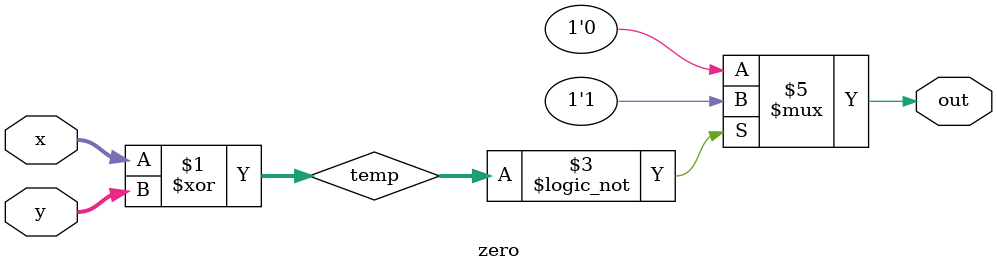
<source format=sv>
module brc(i_rs1_data, i_rs2_data, i_br_un, o_br_less, o_br_equal);
input [31:0] i_rs1_data, i_rs2_data;
input i_br_un;
output reg o_br_less, o_br_equal;

wire [31:0] a0, a1, a2, b0, b1, b2;
wire o0, o1, o2;
//reg otemp;

assign a0 = i_rs1_data;
assign b0 = i_rs2_data;
assign a1 = i_rs1_data;
assign b1 = i_rs2_data;
assign a2 = i_rs1_data;
assign b2 = i_rs2_data;

SLT SLT(.x(a1),
		  .y(b1),
		  .out(o1));

SLTU SLTU(.x(a0),
			 .y(b0),
			 .out(o0));
zero zero(.x(a2),
			 .y(b2),
			 .out(o2));

always@(*) begin
	if (i_br_un) begin
		if (!o2) begin
			o_br_less = o0;
			o_br_equal = 0; end
		else begin
			o_br_equal = 1;
			o_br_less = 0; end
	end
	else begin
		if (!o2) begin
			o_br_less = o1;
			o_br_equal = 0; end
		else begin
			o_br_equal = 1;
			o_br_less = 0; end
	end
end




endmodule



module zero(x, y, out);
input [31:0] x, y;
output reg out;

wire [31:0] temp;

assign temp = x^y;

always@(*) begin
	if(!temp)
	 out = 1;
	else 
	 out = 0;
end
endmodule: zero

</source>
